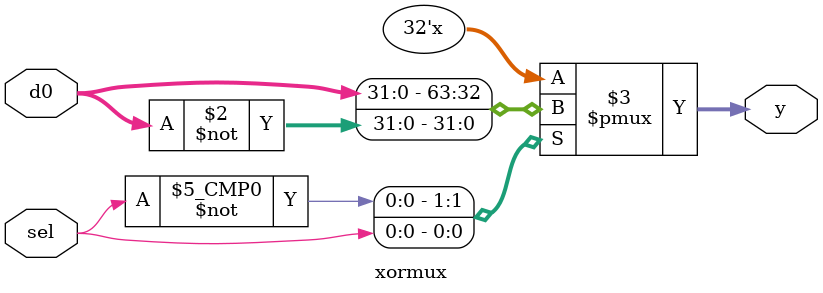
<source format=v>
module top_module(
    input [31:0] a,
    input [31:0] b,
    input sub,
    
    output [31:0] sum
);
    wire[31:0]  bout;
    wire cout1,cout2;
    xormux int2(b[31:0],sub,bout);
    add16 int3(a[15:0],bout[15:0],sub,sum[15:0],cout1);
    add16 int4(a[31:16],bout[31:16],cout1,sum[31:16]);
endmodule
module xormux(d0,sel,y);
input [31:0] d0;
input sel;
output reg [31:0] y;
always @(*) begin
case(sel)
1'b0: y  = d0;
1'b1: y = ~d0;
endcase
end

endmodule
</source>
